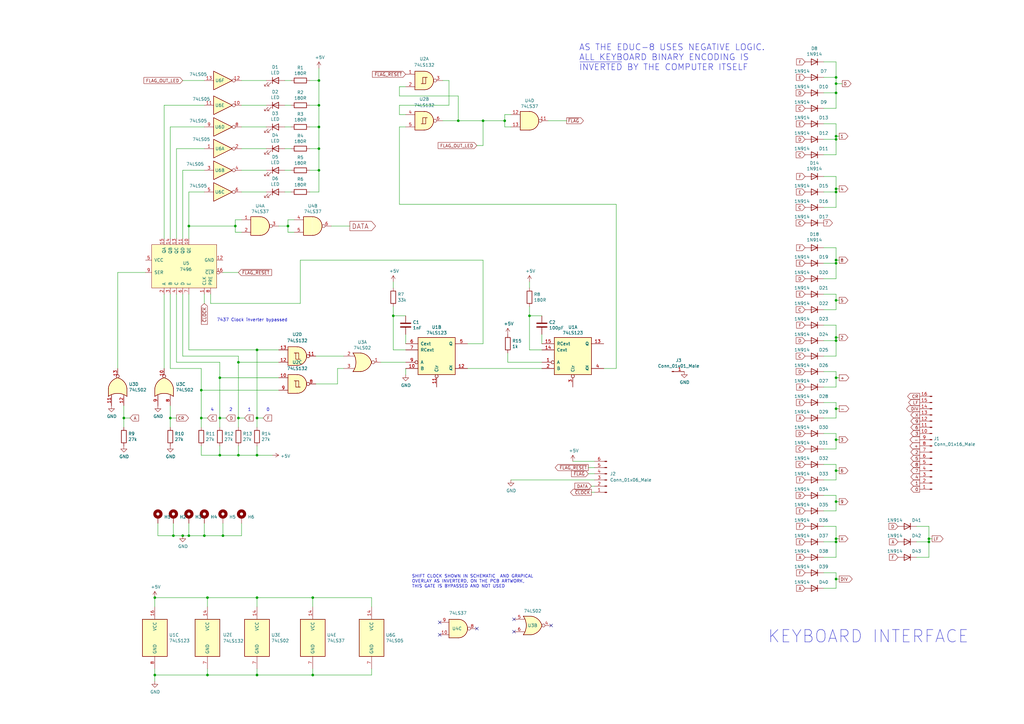
<source format=kicad_sch>
(kicad_sch (version 20211123) (generator eeschema)
  (paper "A3")
  (junction (at 83.82 219.71))
  (junction (at 90.17 186.69))
  (junction (at 105.41 245.11))
  (junction (at 85.09 245.11))
  (junction (at 69.85 171.45))
  (junction (at 217.17 129.54))
  (junction (at 128.27 276.86))
  (junction (at 381 222.25))
  (junction (at 342.9 139.7))
  (junction (at 342.9 107.95))
  (junction (at 342.9 237.49))
  (junction (at 342.9 220.98))
  (junction (at 97.79 186.69))
  (junction (at 342.9 34.29))
  (junction (at 50.8 171.45))
  (junction (at 130.81 52.07))
  (junction (at 342.9 31.75))
  (junction (at 105.41 143.51))
  (junction (at 342.9 222.25))
  (junction (at 130.81 69.85))
  (junction (at 342.9 78.74))
  (junction (at 77.47 92.71))
  (junction (at 342.9 106.68))
  (junction (at 82.55 160.02))
  (junction (at 90.17 171.45))
  (junction (at 97.79 148.59))
  (junction (at 342.9 193.04))
  (junction (at 91.44 219.71))
  (junction (at 130.81 60.96))
  (junction (at 105.41 186.69))
  (junction (at 161.29 129.54))
  (junction (at 96.52 92.71))
  (junction (at 71.12 219.71))
  (junction (at 77.47 219.71))
  (junction (at 342.9 38.1))
  (junction (at 342.9 180.34))
  (junction (at 342.9 123.19))
  (junction (at 97.79 171.45))
  (junction (at 105.41 276.86))
  (junction (at 207.01 49.53))
  (junction (at 128.27 245.11))
  (junction (at 381 220.98))
  (junction (at 342.9 154.94))
  (junction (at 342.9 77.47))
  (junction (at 85.09 276.86))
  (junction (at 342.9 138.43))
  (junction (at 342.9 55.88))
  (junction (at 130.81 33.02))
  (junction (at 105.41 171.45))
  (junction (at 74.93 219.71))
  (junction (at 63.5 245.11))
  (junction (at 342.9 167.64))
  (junction (at 187.96 49.53))
  (junction (at 90.17 154.94))
  (junction (at 130.81 43.18))
  (junction (at 118.11 92.71))
  (junction (at 82.55 171.45))
  (junction (at 63.5 276.86))
  (junction (at 342.9 57.15))
  (junction (at 198.12 49.53))
  (junction (at 342.9 205.74))
  (no_connect (at 180.34 255.27))
  (no_connect (at 210.82 259.08))
  (no_connect (at 226.06 256.54))
  (no_connect (at 210.82 254))
  (no_connect (at 180.34 260.35))
  (no_connect (at 195.58 257.81))
  (wire (pts (xy 342.9 193.04) (xy 342.9 196.85)))
  (wire (pts (xy 152.4 276.86) (xy 152.4 274.32)))
  (wire (pts (xy 105.41 143.51) (xy 114.3 143.51)))
  (wire (pts (xy 342.9 220.98) (xy 342.9 222.25)))
  (wire (pts (xy 381 215.9) (xy 381 220.98)))
  (wire (pts (xy 342.9 78.74) (xy 342.9 85.09)))
  (wire (pts (xy 337.82 190.5) (xy 342.9 190.5)))
  (wire (pts (xy 161.29 118.11) (xy 161.29 115.57)))
  (wire (pts (xy 74.93 146.05) (xy 97.79 146.05)))
  (wire (pts (xy 342.9 25.4) (xy 342.9 31.75)))
  (wire (pts (xy 166.37 129.54) (xy 161.29 129.54)))
  (wire (pts (xy 337.82 234.95) (xy 342.9 234.95)))
  (wire (pts (xy 342.9 220.98) (xy 344.17 220.98)))
  (wire (pts (xy 161.29 125.73) (xy 161.29 129.54)))
  (wire (pts (xy 116.84 43.18) (xy 119.38 43.18)))
  (wire (pts (xy 64.77 219.71) (xy 71.12 219.71)))
  (wire (pts (xy 342.9 38.1) (xy 337.82 38.1)))
  (wire (pts (xy 130.81 33.02) (xy 130.81 27.94)))
  (wire (pts (xy 127 52.07) (xy 130.81 52.07)))
  (wire (pts (xy 77.47 78.74) (xy 77.47 92.71)))
  (wire (pts (xy 337.82 57.15) (xy 342.9 57.15)))
  (wire (pts (xy 129.54 146.05) (xy 140.97 146.05)))
  (wire (pts (xy 342.9 228.6) (xy 337.82 228.6)))
  (wire (pts (xy 381 222.25) (xy 381 228.6)))
  (wire (pts (xy 74.93 219.71) (xy 77.47 219.71)))
  (wire (pts (xy 99.06 43.18) (xy 109.22 43.18)))
  (wire (pts (xy 105.41 245.11) (xy 105.41 248.92)))
  (wire (pts (xy 130.81 52.07) (xy 130.81 43.18)))
  (wire (pts (xy 97.79 171.45) (xy 97.79 175.26)))
  (wire (pts (xy 342.9 114.3) (xy 337.82 114.3)))
  (wire (pts (xy 127 60.96) (xy 130.81 60.96)))
  (wire (pts (xy 128.27 276.86) (xy 152.4 276.86)))
  (wire (pts (xy 72.39 60.96) (xy 72.39 97.79)))
  (wire (pts (xy 207.01 52.07) (xy 209.55 52.07)))
  (wire (pts (xy 64.77 214.63) (xy 64.77 219.71)))
  (wire (pts (xy 127 78.74) (xy 130.81 78.74)))
  (wire (pts (xy 85.09 276.86) (xy 105.41 276.86)))
  (wire (pts (xy 342.9 85.09) (xy 337.82 85.09)))
  (wire (pts (xy 375.92 215.9) (xy 381 215.9)))
  (wire (pts (xy 342.9 180.34) (xy 344.17 180.34)))
  (wire (pts (xy 342.9 57.15) (xy 342.9 63.5)))
  (wire (pts (xy 342.9 196.85) (xy 337.82 196.85)))
  (wire (pts (xy 120.65 90.17) (xy 118.11 90.17)))
  (wire (pts (xy 96.52 92.71) (xy 96.52 95.25)))
  (wire (pts (xy 342.9 222.25) (xy 342.9 228.6)))
  (wire (pts (xy 381 220.98) (xy 381 222.25)))
  (wire (pts (xy 114.3 160.02) (xy 82.55 160.02)))
  (wire (pts (xy 342.9 167.64) (xy 342.9 171.45)))
  (wire (pts (xy 217.17 129.54) (xy 217.17 143.51)))
  (wire (pts (xy 342.9 184.15) (xy 337.82 184.15)))
  (wire (pts (xy 123.19 124.46) (xy 86.36 124.46)))
  (wire (pts (xy 100.33 171.45) (xy 97.79 171.45)))
  (wire (pts (xy 138.43 157.48) (xy 129.54 157.48)))
  (wire (pts (xy 342.9 77.47) (xy 342.9 78.74)))
  (wire (pts (xy 166.37 35.56) (xy 163.83 35.56)))
  (wire (pts (xy 63.5 245.11) (xy 63.5 248.92)))
  (wire (pts (xy 342.9 106.68) (xy 342.9 107.95)))
  (wire (pts (xy 109.22 33.02) (xy 99.06 33.02)))
  (wire (pts (xy 83.82 33.02) (xy 74.93 33.02)))
  (wire (pts (xy 105.41 245.11) (xy 85.09 245.11)))
  (wire (pts (xy 97.79 148.59) (xy 97.79 171.45)))
  (wire (pts (xy 342.9 44.45) (xy 342.9 38.1)))
  (wire (pts (xy 74.93 120.65) (xy 74.93 146.05)))
  (wire (pts (xy 342.9 123.19) (xy 344.17 123.19)))
  (wire (pts (xy 381 220.98) (xy 382.27 220.98)))
  (wire (pts (xy 166.37 137.16) (xy 166.37 140.97)))
  (wire (pts (xy 97.79 111.76) (xy 91.44 111.76)))
  (wire (pts (xy 85.09 245.11) (xy 63.5 245.11)))
  (wire (pts (xy 163.83 83.82) (xy 163.83 52.07)))
  (wire (pts (xy 342.9 139.7) (xy 342.9 146.05)))
  (wire (pts (xy 83.82 78.74) (xy 77.47 78.74)))
  (wire (pts (xy 74.93 69.85) (xy 74.93 97.79)))
  (wire (pts (xy 342.9 34.29) (xy 342.9 38.1)))
  (wire (pts (xy 130.81 78.74) (xy 130.81 69.85)))
  (wire (pts (xy 217.17 118.11) (xy 217.17 115.57)))
  (wire (pts (xy 83.82 219.71) (xy 83.82 214.63)))
  (wire (pts (xy 163.83 52.07) (xy 166.37 52.07)))
  (wire (pts (xy 90.17 148.59) (xy 90.17 154.94)))
  (wire (pts (xy 222.25 129.54) (xy 217.17 129.54)))
  (wire (pts (xy 116.84 60.96) (xy 119.38 60.96)))
  (wire (pts (xy 72.39 148.59) (xy 90.17 148.59)))
  (wire (pts (xy 247.65 151.13) (xy 252.73 151.13)))
  (wire (pts (xy 69.85 52.07) (xy 69.85 97.79)))
  (wire (pts (xy 105.41 182.88) (xy 105.41 186.69)))
  (wire (pts (xy 97.79 146.05) (xy 97.79 148.59)))
  (wire (pts (xy 208.28 148.59) (xy 222.25 148.59)))
  (wire (pts (xy 163.83 35.56) (xy 163.83 39.37)))
  (wire (pts (xy 337.82 222.25) (xy 342.9 222.25)))
  (wire (pts (xy 342.9 55.88) (xy 342.9 57.15)))
  (wire (pts (xy 119.38 33.02) (xy 116.84 33.02)))
  (wire (pts (xy 92.71 171.45) (xy 90.17 171.45)))
  (wire (pts (xy 166.37 46.99) (xy 163.83 46.99)))
  (wire (pts (xy 337.82 133.35) (xy 342.9 133.35)))
  (wire (pts (xy 344.17 138.43) (xy 342.9 138.43)))
  (wire (pts (xy 59.69 111.76) (xy 48.26 111.76)))
  (wire (pts (xy 337.82 107.95) (xy 342.9 107.95)))
  (wire (pts (xy 342.9 158.75) (xy 337.82 158.75)))
  (wire (pts (xy 63.5 279.4) (xy 63.5 276.86)))
  (wire (pts (xy 224.79 49.53) (xy 232.41 49.53)))
  (wire (pts (xy 342.9 234.95) (xy 342.9 237.49)))
  (wire (pts (xy 187.96 39.37) (xy 187.96 49.53)))
  (wire (pts (xy 82.55 186.69) (xy 90.17 186.69)))
  (wire (pts (xy 83.82 219.71) (xy 91.44 219.71)))
  (wire (pts (xy 163.83 39.37) (xy 187.96 39.37)))
  (wire (pts (xy 337.82 165.1) (xy 342.9 165.1)))
  (wire (pts (xy 96.52 92.71) (xy 77.47 92.71)))
  (wire (pts (xy 198.12 140.97) (xy 198.12 106.68)))
  (wire (pts (xy 97.79 186.69) (xy 105.41 186.69)))
  (wire (pts (xy 69.85 166.37) (xy 69.85 171.45)))
  (wire (pts (xy 83.82 43.18) (xy 67.31 43.18)))
  (wire (pts (xy 99.06 60.96) (xy 109.22 60.96)))
  (wire (pts (xy 118.11 95.25) (xy 120.65 95.25)))
  (wire (pts (xy 187.96 49.53) (xy 181.61 49.53)))
  (wire (pts (xy 127 33.02) (xy 130.81 33.02)))
  (wire (pts (xy 127 69.85) (xy 130.81 69.85)))
  (wire (pts (xy 342.9 209.55) (xy 337.82 209.55)))
  (wire (pts (xy 342.9 171.45) (xy 337.82 171.45)))
  (wire (pts (xy 105.41 143.51) (xy 105.41 171.45)))
  (wire (pts (xy 50.8 166.37) (xy 50.8 171.45)))
  (wire (pts (xy 342.9 120.65) (xy 342.9 123.19)))
  (wire (pts (xy 116.84 69.85) (xy 119.38 69.85)))
  (wire (pts (xy 191.77 140.97) (xy 198.12 140.97)))
  (wire (pts (xy 99.06 214.63) (xy 99.06 219.71)))
  (wire (pts (xy 114.3 148.59) (xy 97.79 148.59)))
  (wire (pts (xy 90.17 182.88) (xy 90.17 186.69)))
  (wire (pts (xy 140.97 151.13) (xy 138.43 151.13)))
  (wire (pts (xy 128.27 274.32) (xy 128.27 276.86)))
  (wire (pts (xy 345.44 34.29) (xy 342.9 34.29)))
  (wire (pts (xy 342.9 180.34) (xy 342.9 184.15)))
  (wire (pts (xy 53.34 171.45) (xy 50.8 171.45)))
  (wire (pts (xy 381 228.6) (xy 375.92 228.6)))
  (wire (pts (xy 234.95 189.23) (xy 243.84 189.23)))
  (wire (pts (xy 342.9 193.04) (xy 344.17 193.04)))
  (wire (pts (xy 130.81 43.18) (xy 130.81 33.02)))
  (wire (pts (xy 342.9 205.74) (xy 342.9 209.55)))
  (wire (pts (xy 337.82 152.4) (xy 342.9 152.4)))
  (wire (pts (xy 342.9 241.3) (xy 337.82 241.3)))
  (wire (pts (xy 114.3 92.71) (xy 118.11 92.71)))
  (wire (pts (xy 82.55 160.02) (xy 82.55 171.45)))
  (wire (pts (xy 77.47 214.63) (xy 77.47 219.71)))
  (wire (pts (xy 342.9 203.2) (xy 342.9 205.74)))
  (wire (pts (xy 337.82 72.39) (xy 342.9 72.39)))
  (wire (pts (xy 138.43 151.13) (xy 138.43 157.48)))
  (wire (pts (xy 342.9 50.8) (xy 342.9 55.88)))
  (wire (pts (xy 63.5 274.32) (xy 63.5 276.86)))
  (wire (pts (xy 342.9 146.05) (xy 337.82 146.05)))
  (wire (pts (xy 152.4 248.92) (xy 152.4 245.11)))
  (wire (pts (xy 118.11 92.71) (xy 118.11 95.25)))
  (wire (pts (xy 342.9 138.43) (xy 342.9 139.7)))
  (wire (pts (xy 207.01 46.99) (xy 207.01 49.53)))
  (wire (pts (xy 127 43.18) (xy 130.81 43.18)))
  (wire (pts (xy 184.15 43.18) (xy 184.15 33.02)))
  (wire (pts (xy 128.27 245.11) (xy 128.27 248.92)))
  (wire (pts (xy 83.82 69.85) (xy 74.93 69.85)))
  (wire (pts (xy 375.92 222.25) (xy 381 222.25)))
  (wire (pts (xy 99.06 69.85) (xy 109.22 69.85)))
  (wire (pts (xy 85.09 171.45) (xy 82.55 171.45)))
  (wire (pts (xy 130.81 69.85) (xy 130.81 60.96)))
  (wire (pts (xy 105.41 171.45) (xy 105.41 175.26)))
  (wire (pts (xy 242.57 199.39) (xy 243.84 199.39)))
  (wire (pts (xy 69.85 120.65) (xy 69.85 151.13)))
  (wire (pts (xy 71.12 219.71) (xy 74.93 219.71)))
  (wire (pts (xy 67.31 120.65) (xy 67.31 151.13)))
  (wire (pts (xy 166.37 151.13) (xy 166.37 153.67)))
  (wire (pts (xy 337.82 25.4) (xy 342.9 25.4)))
  (wire (pts (xy 342.9 237.49) (xy 344.17 237.49)))
  (wire (pts (xy 342.9 127) (xy 337.82 127)))
  (wire (pts (xy 63.5 276.86) (xy 85.09 276.86)))
  (wire (pts (xy 198.12 59.69) (xy 198.12 49.53)))
  (wire (pts (xy 99.06 78.74) (xy 109.22 78.74)))
  (wire (pts (xy 187.96 49.53) (xy 198.12 49.53)))
  (wire (pts (xy 114.3 154.94) (xy 90.17 154.94)))
  (wire (pts (xy 209.55 46.99) (xy 207.01 46.99)))
  (wire (pts (xy 105.41 274.32) (xy 105.41 276.86)))
  (wire (pts (xy 342.9 72.39) (xy 342.9 77.47)))
  (wire (pts (xy 342.9 215.9) (xy 342.9 220.98)))
  (wire (pts (xy 163.83 46.99) (xy 163.83 43.18)))
  (wire (pts (xy 342.9 63.5) (xy 337.82 63.5)))
  (wire (pts (xy 69.85 171.45) (xy 69.85 175.26)))
  (wire (pts (xy 195.58 59.69) (xy 198.12 59.69)))
  (wire (pts (xy 67.31 43.18) (xy 67.31 97.79)))
  (wire (pts (xy 69.85 151.13) (xy 82.55 151.13)))
  (wire (pts (xy 83.82 52.07) (xy 69.85 52.07)))
  (wire (pts (xy 156.21 148.59) (xy 166.37 148.59)))
  (wire (pts (xy 241.3 194.31) (xy 243.84 194.31)))
  (wire (pts (xy 342.9 101.6) (xy 342.9 106.68)))
  (wire (pts (xy 163.83 43.18) (xy 184.15 43.18)))
  (wire (pts (xy 85.09 245.11) (xy 85.09 248.92)))
  (wire (pts (xy 337.82 215.9) (xy 342.9 215.9)))
  (wire (pts (xy 77.47 120.65) (xy 77.47 143.51)))
  (wire (pts (xy 217.17 125.73) (xy 217.17 129.54)))
  (wire (pts (xy 344.17 205.74) (xy 342.9 205.74)))
  (wire (pts (xy 72.39 120.65) (xy 72.39 148.59)))
  (wire (pts (xy 191.77 151.13) (xy 222.25 151.13)))
  (wire (pts (xy 342.9 152.4) (xy 342.9 154.94)))
  (wire (pts (xy 118.11 90.17) (xy 118.11 92.71)))
  (wire (pts (xy 217.17 143.51) (xy 222.25 143.51)))
  (wire (pts (xy 96.52 95.25) (xy 99.06 95.25)))
  (wire (pts (xy 209.55 196.85) (xy 243.84 196.85)))
  (wire (pts (xy 337.82 139.7) (xy 342.9 139.7)))
  (wire (pts (xy 83.82 60.96) (xy 72.39 60.96)))
  (wire (pts (xy 116.84 78.74) (xy 119.38 78.74)))
  (wire (pts (xy 207.01 49.53) (xy 207.01 52.07)))
  (wire (pts (xy 342.9 237.49) (xy 342.9 241.3)))
  (wire (pts (xy 128.27 245.11) (xy 105.41 245.11)))
  (wire (pts (xy 344.17 77.47) (xy 342.9 77.47)))
  (wire (pts (xy 105.41 186.69) (xy 111.76 186.69)))
  (wire (pts (xy 344.17 55.88) (xy 342.9 55.88)))
  (wire (pts (xy 105.41 276.86) (xy 128.27 276.86)))
  (wire (pts (xy 97.79 182.88) (xy 97.79 186.69)))
  (wire (pts (xy 342.9 133.35) (xy 342.9 138.43)))
  (wire (pts (xy 342.9 154.94) (xy 342.9 158.75)))
  (wire (pts (xy 337.82 101.6) (xy 342.9 101.6)))
  (wire (pts (xy 50.8 171.45) (xy 50.8 175.26)))
  (wire (pts (xy 99.06 219.71) (xy 91.44 219.71)))
  (wire (pts (xy 337.82 78.74) (xy 342.9 78.74)))
  (wire (pts (xy 342.9 31.75) (xy 342.9 34.29)))
  (wire (pts (xy 96.52 90.17) (xy 96.52 92.71)))
  (wire (pts (xy 152.4 245.11) (xy 128.27 245.11)))
  (wire (pts (xy 71.12 214.63) (xy 71.12 219.71)))
  (wire (pts (xy 342.9 154.94) (xy 344.17 154.94)))
  (wire (pts (xy 109.22 52.07) (xy 99.06 52.07)))
  (wire (pts (xy 342.9 190.5) (xy 342.9 193.04)))
  (wire (pts (xy 342.9 167.64) (xy 344.17 167.64)))
  (wire (pts (xy 161.29 143.51) (xy 166.37 143.51)))
  (wire (pts (xy 337.82 203.2) (xy 342.9 203.2)))
  (wire (pts (xy 99.06 90.17) (xy 96.52 90.17)))
  (wire (pts (xy 198.12 106.68) (xy 123.19 106.68)))
  (wire (pts (xy 184.15 33.02) (xy 181.61 33.02)))
  (wire (pts (xy 252.73 83.82) (xy 163.83 83.82)))
  (wire (pts (xy 161.29 129.54) (xy 161.29 143.51)))
  (wire (pts (xy 90.17 154.94) (xy 90.17 171.45)))
  (wire (pts (xy 337.82 120.65) (xy 342.9 120.65)))
  (wire (pts (xy 342.9 165.1) (xy 342.9 167.64)))
  (wire (pts (xy 130.81 60.96) (xy 130.81 52.07)))
  (wire (pts (xy 243.84 201.93) (xy 242.57 201.93)))
  (wire (pts (xy 135.89 92.71) (xy 143.51 92.71)))
  (wire (pts (xy 116.84 52.07) (xy 119.38 52.07)))
  (wire (pts (xy 72.39 171.45) (xy 69.85 171.45)))
  (wire (pts (xy 123.19 106.68) (xy 123.19 124.46)))
  (wire (pts (xy 82.55 171.45) (xy 82.55 175.26)))
  (wire (pts (xy 208.28 148.59) (xy 208.28 144.78)))
  (wire (pts (xy 222.25 137.16) (xy 222.25 140.97)))
  (wire (pts (xy 91.44 219.71) (xy 91.44 214.63)))
  (wire (pts (xy 107.95 171.45) (xy 105.41 171.45)))
  (wire (pts (xy 77.47 219.71) (xy 83.82 219.71)))
  (wire (pts (xy 86.36 124.46) (xy 86.36 120.65)))
  (wire (pts (xy 83.82 120.65) (xy 83.82 124.46)))
  (wire (pts (xy 90.17 186.69) (xy 97.79 186.69)))
  (wire (pts (xy 82.55 151.13) (xy 82.55 160.02)))
  (wire (pts (xy 344.17 106.68) (xy 342.9 106.68)))
  (wire (pts (xy 252.73 151.13) (xy 252.73 83.82)))
  (wire (pts (xy 82.55 182.88) (xy 82.55 186.69)))
  (wire (pts (xy 337.82 44.45) (xy 342.9 44.45)))
  (wire (pts (xy 198.12 49.53) (xy 207.01 49.53)))
  (wire (pts (xy 342.9 177.8) (xy 342.9 180.34)))
  (wire (pts (xy 48.26 111.76) (xy 48.26 151.13)))
  (wire (pts (xy 337.82 50.8) (xy 342.9 50.8)))
  (wire (pts (xy 337.82 177.8) (xy 342.9 177.8)))
  (wire (pts (xy 77.47 92.71) (xy 77.47 97.79)))
  (wire (pts (xy 85.09 274.32) (xy 85.09 276.86)))
  (wire (pts (xy 342.9 107.95) (xy 342.9 114.3)))
  (wire (pts (xy 342.9 123.19) (xy 342.9 127)))
  (wire (pts (xy 337.82 31.75) (xy 342.9 31.75)))
  (wire (pts (xy 241.3 191.77) (xy 243.84 191.77)))
  (wire (pts (xy 77.47 143.51) (xy 105.41 143.51)))
  (wire (pts (xy 90.17 171.45) (xy 90.17 175.26)))
  (text "2" (at 93.98 168.91 0) (effects (font (size 1.27 1.27)) (justify left bottom)))
  (text "7437 Clock inverter bypassed " (at 88.9 132.08 0) (effects (font (size 1.27 1.27)) (justify left bottom)))
  (text "4" (at 86.36 168.91 0) (effects (font (size 1.27 1.27)) (justify left bottom)))
  (text "0" (at 109.22 168.91 0) (effects (font (size 1.27 1.27)) (justify left bottom)))
  (text "1" (at 101.6 168.91 0) (effects (font (size 1.27 1.27)) (justify left bottom)))
  (text "KEYBOARD INTERFACE\n" (at 397.51 264.16 180) (effects (font (size 5.08 5.08)) (justify right bottom)))
  (text "SHIFT CLOCK SHOWN IN SCHEMATIC  AND GRAPICAL \nOVERLAY AS INVERTERD, ON THE PCB ARTWORK,\nTHIS GATE IS BYPASSED AND NOT USED\n" (at 168.91 241.3 0) (effects (font (size 1.27 1.27)) (justify left bottom)))
  (text "AS THE EDUC-8 USES NEGATIVE LOGIC. \nALL KEYBOARD BINARY ENCODING IS \n~{INVERTED} BY THE COMPUTER ITSELF\n" (at 237.49 29.21 0) (effects (font (size 2.54 2.54)) (justify left bottom)))
  (global_label "D" (shape input) (at 330.2 203.2 180) (property "Intersheet References" "${INTERSHEET_REFS}" (effects hide)))
  (global_label "E" (shape input) (at 330.2 78.74 180) (property "Intersheet References" "${INTERSHEET_REFS}" (effects hide)))
  (global_label "DIV" (shape output) (at 377.19 167.64 180) (property "Intersheet References" "${INTERSHEET_REFS}" (effects hide)))
  (global_label "F" (shape input) (at 330.2 196.85 180) (property "Intersheet References" "${INTERSHEET_REFS}" (effects hide)))
  (global_label "E" (shape input) (at 330.2 31.75 180) (property "Intersheet References" "${INTERSHEET_REFS}" (effects hide)))
  (global_label "E" (shape input) (at 330.2 107.95 180) (property "Intersheet References" "${INTERSHEET_REFS}" (effects hide)))
  (global_label "A" (shape input) (at 330.2 171.45 180) (property "Intersheet References" "${INTERSHEET_REFS}" (effects hide)))
  (global_label "3" (shape output) (at 377.19 177.8 180) (property "Intersheet References" "${INTERSHEET_REFS}" (effects hide)))
  (global_label "F" (shape input) (at 330.2 215.9 180) (property "Intersheet References" "${INTERSHEET_REFS}" (effects hide)))
  (global_label "C" (shape input) (at 330.2 127 180) (property "Intersheet References" "${INTERSHEET_REFS}" (effects hide)))
  (global_label "1" (shape output) (at 377.19 198.12 180) (property "Intersheet References" "${INTERSHEET_REFS}" (effects hide)))
  (global_label "DATA" (shape input) (at 242.57 199.39 180) (property "Intersheet References" "${INTERSHEET_REFS}" (effects hide)))
  (global_label "9" (shape output) (at 377.19 172.72 180) (property "Intersheet References" "${INTERSHEET_REFS}" (effects hide)))
  (global_label "FLAG_OUT_LED" (shape input) (at 195.58 59.69 180) (property "Intersheet References" "${INTERSHEET_REFS}" (effects hide)))
  (global_label "6" (shape output) (at 377.19 175.26 180) (property "Intersheet References" "${INTERSHEET_REFS}" (effects hide)))
  (global_label "+" (shape output) (at 344.17 154.94 0) (property "Intersheet References" "${INTERSHEET_REFS}" (effects hide)))
  (global_label "E" (shape input) (at 330.2 209.55 180) (property "Intersheet References" "${INTERSHEET_REFS}" (effects hide)))
  (global_label "C" (shape input) (at 330.2 91.44 180) (property "Intersheet References" "${INTERSHEET_REFS}" (effects hide)))
  (global_label "~{CLOCK}" (shape input) (at 83.82 124.46 270) (property "Intersheet References" "${INTERSHEET_REFS}" (effects hide)))
  (global_label "A" (shape input) (at 330.2 241.3 180) (property "Intersheet References" "${INTERSHEET_REFS}" (effects hide)))
  (global_label "LF" (shape output) (at 377.19 165.1 180) (property "Intersheet References" "${INTERSHEET_REFS}" (effects hide)))
  (global_label "A" (shape input) (at 53.34 171.45 0) (property "Intersheet References" "${INTERSHEET_REFS}" (effects hide)))
  (global_label "-" (shape output) (at 344.17 167.64 0) (property "Intersheet References" "${INTERSHEET_REFS}" (effects hide)))
  (global_label "~{FLAG_RESET}" (shape output) (at 241.3 191.77 180) (property "Intersheet References" "${INTERSHEET_REFS}" (effects hide)))
  (global_label "-" (shape output) (at 377.19 180.34 180) (property "Intersheet References" "${INTERSHEET_REFS}" (effects hide)))
  (global_label "A" (shape input) (at 330.2 228.6 180) (property "Intersheet References" "${INTERSHEET_REFS}" (effects hide)))
  (global_label "F" (shape input) (at 107.95 171.45 0) (property "Intersheet References" "${INTERSHEET_REFS}" (effects hide)))
  (global_label "~{FLAG}" (shape output) (at 232.41 49.53 0) (property "Intersheet References" "${INTERSHEET_REFS}" (effects hide)))
  (global_label "E" (shape input) (at 330.2 50.8 180) (property "Intersheet References" "${INTERSHEET_REFS}" (effects hide)))
  (global_label "4" (shape output) (at 344.17 77.47 0) (property "Intersheet References" "${INTERSHEET_REFS}" (effects hide)))
  (global_label "C" (shape input) (at 330.2 146.05 180) (property "Intersheet References" "${INTERSHEET_REFS}" (effects hide)))
  (global_label "C" (shape input) (at 330.2 85.09 180) (property "Intersheet References" "${INTERSHEET_REFS}" (effects hide)))
  (global_label "~{FLAG_RESET}" (shape input) (at 166.37 30.48 180) (property "Intersheet References" "${INTERSHEET_REFS}" (effects hide)))
  (global_label "+" (shape output) (at 377.19 182.88 180) (property "Intersheet References" "${INTERSHEET_REFS}" (effects hide)))
  (global_label "5" (shape output) (at 377.19 187.96 180) (property "Intersheet References" "${INTERSHEET_REFS}" (effects hide)))
  (global_label "F" (shape input) (at 368.3 228.6 180) (property "Intersheet References" "${INTERSHEET_REFS}" (effects hide)))
  (global_label "~{CLOCK}" (shape output) (at 242.57 201.93 180) (property "Intersheet References" "${INTERSHEET_REFS}" (effects hide)))
  (global_label "LF" (shape output) (at 382.27 220.98 0) (property "Intersheet References" "${INTERSHEET_REFS}" (effects hide)))
  (global_label "1" (shape output) (at 344.17 55.88 0) (property "Intersheet References" "${INTERSHEET_REFS}" (effects hide)))
  (global_label "E" (shape input) (at 330.2 165.1 180) (property "Intersheet References" "${INTERSHEET_REFS}" (effects hide)))
  (global_label "X" (shape output) (at 377.19 170.18 180) (property "Intersheet References" "${INTERSHEET_REFS}" (effects hide)))
  (global_label "E" (shape input) (at 330.2 222.25 180) (property "Intersheet References" "${INTERSHEET_REFS}" (effects hide)))
  (global_label "CR" (shape output) (at 377.19 162.56 180) (property "Intersheet References" "${INTERSHEET_REFS}" (effects hide)))
  (global_label "D" (shape input) (at 330.2 139.7 180) (property "Intersheet References" "${INTERSHEET_REFS}" (effects hide)))
  (global_label "2" (shape output) (at 377.19 185.42 180) (property "Intersheet References" "${INTERSHEET_REFS}" (effects hide)))
  (global_label "X" (shape output) (at 344.17 220.98 0) (property "Intersheet References" "${INTERSHEET_REFS}" (effects hide)))
  (global_label "~{FLAG}" (shape input) (at 241.3 194.31 180) (property "Intersheet References" "${INTERSHEET_REFS}" (effects hide)))
  (global_label "D" (shape input) (at 330.2 57.15 180) (property "Intersheet References" "${INTERSHEET_REFS}" (effects hide)))
  (global_label "C" (shape input) (at 330.2 44.45 180) (property "Intersheet References" "${INTERSHEET_REFS}" (effects hide)))
  (global_label "7" (shape output) (at 377.19 193.04 180) (property "Intersheet References" "${INTERSHEET_REFS}" (effects hide)))
  (global_label "0" (shape output) (at 377.19 200.66 180) (property "Intersheet References" "${INTERSHEET_REFS}" (effects hide)))
  (global_label "F" (shape input) (at 330.2 101.6 180) (property "Intersheet References" "${INTERSHEET_REFS}" (effects hide)))
  (global_label "9" (shape output) (at 344.17 205.74 0) (property "Intersheet References" "${INTERSHEET_REFS}" (effects hide)))
  (global_label "CR" (shape output) (at 72.39 171.45 0) (property "Intersheet References" "${INTERSHEET_REFS}" (effects hide)))
  (global_label "F" (shape input) (at 330.2 72.39 180) (property "Intersheet References" "${INTERSHEET_REFS}" (effects hide)))
  (global_label "FLAG_OUT_LED" (shape input) (at 74.93 33.02 180) (property "Intersheet References" "${INTERSHEET_REFS}" (effects hide)))
  (global_label "6" (shape output) (at 344.17 193.04 0) (property "Intersheet References" "${INTERSHEET_REFS}" (effects hide)))
  (global_label "D" (shape input) (at 92.71 171.45 0) (property "Intersheet References" "${INTERSHEET_REFS}" (effects hide)))
  (global_label "C" (shape input) (at 330.2 184.15 180) (property "Intersheet References" "${INTERSHEET_REFS}" (effects hide)))
  (global_label "F" (shape input) (at 330.2 25.4 180) (property "Intersheet References" "${INTERSHEET_REFS}" (effects hide)))
  (global_label "0" (shape output) (at 345.44 34.29 0) (property "Intersheet References" "${INTERSHEET_REFS}" (effects hide)))
  (global_label "4" (shape output) (at 377.19 195.58 180) (property "Intersheet References" "${INTERSHEET_REFS}" (effects hide)))
  (global_label "D" (shape input) (at 330.2 114.3 180) (property "Intersheet References" "${INTERSHEET_REFS}" (effects hide)))
  (global_label "E" (shape input) (at 330.2 120.65 180) (property "Intersheet References" "${INTERSHEET_REFS}" (effects hide)))
  (global_label "7" (shape output) (at 337.82 91.44 0) (property "Intersheet References" "${INTERSHEET_REFS}" (effects hide)))
  (global_label "D" (shape input) (at 330.2 177.8 180) (property "Intersheet References" "${INTERSHEET_REFS}" (effects hide)))
  (global_label "5" (shape output) (at 344.17 123.19 0) (property "Intersheet References" "${INTERSHEET_REFS}" (effects hide)))
  (global_label "F" (shape input) (at 330.2 133.35 180) (property "Intersheet References" "${INTERSHEET_REFS}" (effects hide)))
  (global_label "3" (shape output) (at 344.17 180.34 0) (property "Intersheet References" "${INTERSHEET_REFS}" (effects hide)))
  (global_label "C" (shape input) (at 85.09 171.45 0) (property "Intersheet References" "${INTERSHEET_REFS}" (effects hide)))
  (global_label "D" (shape input) (at 330.2 38.1 180) (property "Intersheet References" "${INTERSHEET_REFS}" (effects hide)))
  (global_label "DIV" (shape output) (at 344.17 237.49 0) (property "Intersheet References" "${INTERSHEET_REFS}" (effects hide)))
  (global_label "A" (shape input) (at 330.2 158.75 180) (property "Intersheet References" "${INTERSHEET_REFS}" (effects hide)))
  (global_label "8" (shape output) (at 377.19 190.5 180) (property "Intersheet References" "${INTERSHEET_REFS}" (effects hide)))
  (global_label "A" (shape input) (at 368.3 222.25 180) (property "Intersheet References" "${INTERSHEET_REFS}" (effects hide)))
  (global_label "C" (shape input) (at 330.2 190.5 180) (property "Intersheet References" "${INTERSHEET_REFS}" (effects hide)))
  (global_label "D" (shape input) (at 368.3 215.9 180) (property "Intersheet References" "${INTERSHEET_REFS}" (effects hide)))
  (global_label "C" (shape input) (at 330.2 63.5 180) (property "Intersheet References" "${INTERSHEET_REFS}" (effects hide)))
  (global_label "DATA" (shape output) (at 143.51 92.71 0) (effects (font (size 1.9558 1.9558))) (property "Intersheet References" "${INTERSHEET_REFS}" (effects hide)))
  (global_label "~{FLAG_RESET}" (shape input) (at 97.79 111.76 0) (property "Intersheet References" "${INTERSHEET_REFS}" (effects hide)))
  (global_label "E" (shape input) (at 100.33 171.45 0) (property "Intersheet References" "${INTERSHEET_REFS}" (effects hide)))
  (global_label "8" (shape output) (at 344.17 106.68 0) (property "Intersheet References" "${INTERSHEET_REFS}" (effects hide)))
  (global_label "F" (shape input) (at 330.2 234.95 180) (property "Intersheet References" "${INTERSHEET_REFS}" (effects hide)))
  (global_label "2" (shape output) (at 344.17 138.43 0) (property "Intersheet References" "${INTERSHEET_REFS}" (effects hide)))
  (global_label "D" (shape input) (at 330.2 152.4 180) (property "Intersheet References" "${INTERSHEET_REFS}" (effects hide)))
  (symbol (lib_id "Keyboard-interface-rescue:74LS123-74xx") (at 234.95 146.05 0) (unit 1)
    (property "Reference" "U1" (at 234.95 134.1882 0))
    (property "Value" "74LS123" (at 234.95 136.4996 0))
    (property "Footprint" "Package_DIP:DIP-16_W7.62mm" (effects hide))
    (property "Datasheet" "http://www.ti.com/lit/gpn/sn74LS123" (effects hide))
  )
  (symbol (lib_id "Keyboard-interface-rescue:74LS123-74xx") (at 179.07 146.05 0) (unit 2)
    (property "Reference" "U1" (at 179.07 134.1882 0))
    (property "Value" "74LS123" (at 179.07 136.4996 0))
    (property "Datasheet" "http://www.ti.com/lit/gpn/sn74LS123" (effects hide))
  )
  (symbol (lib_id "Keyboard-interface-rescue:74LS123-74xx") (at 63.5 261.62 0) (unit 3)
    (property "Reference" "U1" (at 69.342 260.4516 0) (effects (justify left)))
    (property "Value" "74LS123" (at 69.342 262.763 0) (effects (justify left)))
    (property "Datasheet" "http://www.ti.com/lit/gpn/sn74LS123" (effects hide))
  )
  (symbol (lib_id "74xx:74LS02") (at 148.59 148.59 0) (unit 1)
    (property "Reference" "U3" (at 148.59 140.335 0))
    (property "Value" "74LS02" (at 148.59 142.6464 0))
    (property "Datasheet" "http://www.ti.com/lit/gpn/sn74ls02" (effects hide))
  )
  (symbol (lib_id "74xx:74LS02") (at 218.44 256.54 0) (unit 2)
    (property "Reference" "U3" (at 218.44 256.54 0))
    (property "Value" "74LS02" (at 218.44 250.5964 0))
    (property "Datasheet" "http://www.ti.com/lit/gpn/sn74ls02" (effects hide))
  )
  (symbol (lib_id "74xx:74LS02") (at 67.31 158.75 270) (mirror x) (unit 3)
    (property "Reference" "U3" (at 72.0852 157.5816 90) (effects (justify left)))
    (property "Value" "74LS02" (at 72.0852 159.893 90) (effects (justify left)))
    (property "Datasheet" "http://www.ti.com/lit/gpn/sn74ls02" (effects hide))
  )
  (symbol (lib_id "Device:LED") (at 113.03 43.18 0) (unit 1)
    (property "Reference" "D2" (at 112.8522 37.6682 0))
    (property "Value" "LED" (at 112.8522 39.9796 0))
    (property "Footprint" "LED_THT:LED_D5.0mm_Horizontal_O1.27mm_Z3.0mm" (effects hide))
  )
  (symbol (lib_id "Device:LED") (at 113.03 52.07 0) (unit 1)
    (property "Reference" "D3" (at 112.8522 46.5582 0))
    (property "Value" "LED" (at 112.8522 48.8696 0))
    (property "Footprint" "LED_THT:LED_D5.0mm_Horizontal_O1.27mm_Z3.0mm" (effects hide))
  )
  (symbol (lib_id "Device:LED") (at 113.03 60.96 0) (unit 1)
    (property "Reference" "D4" (at 112.8522 55.4482 0))
    (property "Value" "LED" (at 112.8522 57.7596 0))
    (property "Footprint" "LED_THT:LED_D5.0mm_Horizontal_O1.27mm_Z3.0mm" (effects hide))
  )
  (symbol (lib_id "Device:LED") (at 113.03 69.85 0) (unit 1)
    (property "Reference" "D5" (at 112.8522 64.3382 0))
    (property "Value" "LED" (at 112.8522 66.6496 0))
    (property "Footprint" "LED_THT:LED_D5.0mm_Horizontal_O1.27mm_Z3.0mm" (effects hide))
  )
  (symbol (lib_id "Device:LED") (at 113.03 78.74 0) (unit 1)
    (property "Reference" "D6" (at 112.8522 73.2282 0))
    (property "Value" "LED" (at 112.8522 75.5396 0))
    (property "Footprint" "LED_THT:LED_D5.0mm_Horizontal_O1.27mm_Z3.0mm" (effects hide))
  )
  (symbol (lib_id "74xx:74LS02") (at 48.26 158.75 90) (unit 4)
    (property "Reference" "U3" (at 52.832 157.5816 90) (effects (justify right)))
    (property "Value" "74LS02" (at 52.832 159.893 90) (effects (justify right)))
    (property "Datasheet" "http://www.ti.com/lit/gpn/sn74ls02" (effects hide))
  )
  (symbol (lib_id "74xx:74LS02") (at 105.41 261.62 0) (unit 5)
    (property "Reference" "U3" (at 111.252 260.4516 0) (effects (justify left)))
    (property "Value" "74LS02" (at 111.252 262.763 0) (effects (justify left)))
    (property "Footprint" "Package_DIP:DIP-14_W7.62mm" (effects hide))
    (property "Datasheet" "http://www.ti.com/lit/gpn/sn74ls02" (effects hide))
  )
  (symbol (lib_id "Keyboard-interface-rescue:7496-74xx") (at 76.2 109.22 90) (unit 1)
    (property "Reference" "U5" (at 74.93 107.95 90) (effects (justify right)))
    (property "Value" "7496" (at 73.66 110.49 90) (effects (justify right)))
    (property "Footprint" "Package_DIP:DIP-16_W7.62mm" (effects hide))
  )
  (symbol (lib_id "Connector:Conn_01x01_Male") (at 275.59 152.4 0) (unit 1)
    (property "Reference" "J3" (at 278.3332 147.8026 0))
    (property "Value" "Conn_01x01_Male" (at 278.3332 150.114 0))
    (property "Footprint" "Connector_PinHeader_2.54mm:PinHeader_1x01_P2.54mm_Vertical" (effects hide))
  )
  (symbol (lib_id "power:GND") (at 280.67 152.4 0) (unit 1)
    (property "Reference" "#PWR0116" (effects hide))
    (property "Value" "GND" (at 280.797 156.7942 0))
  )
  (symbol (lib_id "74xx:74LS37") (at 106.68 92.71 0) (unit 1)
    (property "Reference" "U4" (at 106.68 84.455 0))
    (property "Value" "74LS37" (at 106.68 86.7664 0))
    (property "Footprint" "Package_DIP:DIP-14_W7.62mm" (effects hide))
    (property "Datasheet" "http://www.ti.com/lit/gpn/sn74ls37" (effects hide))
  )
  (symbol (lib_id "74xx:74LS37") (at 128.27 92.71 0) (unit 2)
    (property "Reference" "U4" (at 128.27 84.455 0))
    (property "Value" "74LS37" (at 128.27 86.7664 0))
    (property "Footprint" "Package_DIP:DIP-14_W7.62mm" (effects hide))
    (property "Datasheet" "http://www.ti.com/lit/gpn/sn74ls37" (effects hide))
  )
  (symbol (lib_id "74xx:74LS37") (at 187.96 257.81 0) (unit 3)
    (property "Reference" "U4" (at 185.42 257.81 0) (effects (justify left)))
    (property "Value" "74LS37" (at 184.15 251.46 0) (effects (justify left)))
    (property "Footprint" "Package_DIP:DIP-14_W7.62mm" (effects hide))
    (property "Datasheet" "http://www.ti.com/lit/gpn/sn74ls37" (effects hide))
  )
  (symbol (lib_id "74xx:74LS37") (at 217.17 49.53 0) (unit 4)
    (property "Reference" "U4" (at 217.17 41.275 0))
    (property "Value" "74LS37" (at 217.17 43.5864 0))
    (property "Footprint" "Package_DIP:DIP-14_W7.62mm" (effects hide))
    (property "Datasheet" "http://www.ti.com/lit/gpn/sn74ls37" (effects hide))
  )
  (symbol (lib_id "74xx:74LS05") (at 91.44 60.96 0) (unit 1)
    (property "Reference" "U6" (at 90.17 60.96 0))
    (property "Value" "74LS05" (at 82.55 57.15 0))
    (property "Footprint" "Package_DIP:DIP-14_W7.62mm" (effects hide))
    (property "Datasheet" "http://www.ti.com/lit/gpn/sn74LS05" (effects hide))
  )
  (symbol (lib_id "74xx:74LS05") (at 91.44 69.85 0) (unit 2)
    (property "Reference" "U6" (at 90.17 69.85 0))
    (property "Value" "74LS05" (at 80.01 67.31 0))
    (property "Footprint" "Package_DIP:DIP-14_W7.62mm" (effects hide))
    (property "Datasheet" "http://www.ti.com/lit/gpn/sn74LS05" (effects hide))
  )
  (symbol (lib_id "74xx:74LS05") (at 91.44 78.74 0) (unit 3)
    (property "Reference" "U6" (at 90.17 78.74 0))
    (property "Value" "74LS05" (at 81.28 76.2 0))
    (property "Footprint" "Package_DIP:DIP-14_W7.62mm" (effects hide))
    (property "Datasheet" "http://www.ti.com/lit/gpn/sn74LS05" (effects hide))
  )
  (symbol (lib_id "74xx:74LS05") (at 91.44 52.07 0) (unit 4)
    (property "Reference" "U6" (at 90.17 52.07 0))
    (property "Value" "74LS05" (at 81.28 49.53 0))
    (property "Footprint" "Package_DIP:DIP-14_W7.62mm" (effects hide))
    (property "Datasheet" "http://www.ti.com/lit/gpn/sn74LS05" (effects hide))
  )
  (symbol (lib_id "74xx:74LS05") (at 91.44 43.18 0) (unit 5)
    (property "Reference" "U6" (at 90.17 43.18 0))
    (property "Value" "74LS05" (at 82.55 40.64 0))
    (property "Footprint" "Package_DIP:DIP-14_W7.62mm" (effects hide))
    (property "Datasheet" "http://www.ti.com/lit/gpn/sn74LS05" (effects hide))
  )
  (symbol (lib_id "74xx:74LS05") (at 91.44 33.02 0) (unit 6)
    (property "Reference" "U6" (at 90.17 33.02 0))
    (property "Value" "74LS05" (at 81.28 30.48 0))
    (property "Footprint" "Package_DIP:DIP-14_W7.62mm" (effects hide))
    (property "Datasheet" "http://www.ti.com/lit/gpn/sn74LS05" (effects hide))
  )
  (symbol (lib_id "Device:R") (at 123.19 43.18 270) (unit 1)
    (property "Reference" "R2" (at 123.19 37.9222 90))
    (property "Value" "180R" (at 123.19 40.2336 90))
    (property "Footprint" "Resistor_THT:R_Axial_DIN0207_L6.3mm_D2.5mm_P10.16mm_Horizontal" (effects hide))
  )
  (symbol (lib_id "Device:R") (at 123.19 52.07 270) (unit 1)
    (property "Reference" "R3" (at 123.19 46.8122 90))
    (property "Value" "180R" (at 123.19 49.1236 90))
    (property "Footprint" "Resistor_THT:R_Axial_DIN0207_L6.3mm_D2.5mm_P10.16mm_Horizontal" (effects hide))
  )
  (symbol (lib_id "Device:R") (at 123.19 60.96 270) (unit 1)
    (property "Reference" "R4" (at 123.19 55.7022 90))
    (property "Value" "180R" (at 123.19 58.0136 90))
    (property "Footprint" "Resistor_THT:R_Axial_DIN0207_L6.3mm_D2.5mm_P10.16mm_Horizontal" (effects hide))
  )
  (symbol (lib_id "Device:R") (at 123.19 69.85 270) (unit 1)
    (property "Reference" "R5" (at 123.19 64.5922 90))
    (property "Value" "180R" (at 123.19 66.9036 90))
    (property "Footprint" "Resistor_THT:R_Axial_DIN0207_L6.3mm_D2.5mm_P10.16mm_Horizontal" (effects hide))
  )
  (symbol (lib_id "Device:R") (at 123.19 78.74 270) (unit 1)
    (property "Reference" "R6" (at 123.19 73.4822 90))
    (property "Value" "180R" (at 123.19 75.7936 90))
    (property "Footprint" "Resistor_THT:R_Axial_DIN0207_L6.3mm_D2.5mm_P10.16mm_Horizontal" (effects hide))
  )
  (symbol (lib_id "Device:LED") (at 113.03 33.02 0) (unit 1)
    (property "Reference" "D1" (at 112.8522 27.5082 0))
    (property "Value" "LED" (at 112.8522 29.8196 0))
    (property "Footprint" "LED_THT:LED_D5.0mm_Horizontal_O1.27mm_Z3.0mm" (effects hide))
  )
  (symbol (lib_id "Device:R") (at 123.19 33.02 270) (unit 1)
    (property "Reference" "R1" (at 123.19 27.7622 90))
    (property "Value" "180R" (at 123.19 30.0736 90))
    (property "Footprint" "Resistor_THT:R_Axial_DIN0207_L6.3mm_D2.5mm_P10.16mm_Horizontal" (effects hide))
  )
  (symbol (lib_id "power:+5V") (at 130.81 27.94 0) (unit 1)
    (property "Reference" "#PWR0101" (effects hide))
    (property "Value" "+5V" (at 131.191 23.5458 0))
  )
  (symbol (lib_id "Diode:1N914") (at 334.01 31.75 180) (unit 1)
    (property "Reference" "D7" (at 337.82 29.21 0))
    (property "Value" "1N914" (at 328.93 29.21 0))
    (property "Footprint" "Diode_THT:D_DO-35_SOD27_P7.62mm_Horizontal" (effects hide))
    (property "Datasheet" "http://www.vishay.com/docs/85622/1n914.pdf" (effects hide))
  )
  (symbol (lib_id "Diode:1N914") (at 334.01 38.1 180) (unit 1)
    (property "Reference" "D10" (at 337.82 35.56 0))
    (property "Value" "1N914" (at 328.93 35.56 0))
    (property "Footprint" "Diode_THT:D_DO-35_SOD27_P10.16mm_Horizontal" (effects hide))
    (property "Datasheet" "http://www.vishay.com/docs/85622/1n914.pdf" (effects hide))
  )
  (symbol (lib_id "Diode:1N914") (at 334.01 44.45 180) (unit 1)
    (property "Reference" "D9" (at 337.82 41.91 0))
    (property "Value" "1N914" (at 328.93 41.91 0))
    (property "Footprint" "Diode_THT:D_DO-35_SOD27_P12.70mm_Horizontal" (effects hide))
    (property "Datasheet" "http://www.vishay.com/docs/85622/1n914.pdf" (effects hide))
  )
  (symbol (lib_id "power:+5V") (at 234.95 189.23 0) (unit 1)
    (property "Reference" "#PWR0102" (effects hide))
    (property "Value" "+5V" (at 235.331 184.8358 0))
  )
  (symbol (lib_id "power:GND") (at 209.55 196.85 0) (unit 1)
    (property "Reference" "#PWR0103" (effects hide))
    (property "Value" "GND" (at 209.677 201.2442 0))
  )
  (symbol (lib_id "Device:C") (at 166.37 133.35 0) (unit 1)
    (property "Reference" "C1" (at 169.291 132.1816 0) (effects (justify left)))
    (property "Value" "1nF" (at 169.291 134.493 0) (effects (justify left)))
    (property "Footprint" "Capacitor_THT:C_Disc_D5.0mm_W2.5mm_P5.00mm" (effects hide))
  )
  (symbol (lib_id "Device:C") (at 222.25 133.35 0) (unit 1)
    (property "Reference" "C2" (at 225.171 132.1816 0) (effects (justify left)))
    (property "Value" "100pF" (at 225.171 134.493 0) (effects (justify left)))
    (property "Footprint" "Capacitor_THT:C_Disc_D5.0mm_W2.5mm_P5.00mm" (effects hide))
  )
  (symbol (lib_id "Device:R") (at 161.29 121.92 180) (unit 1)
    (property "Reference" "R7" (at 163.068 120.7516 0) (effects (justify right)))
    (property "Value" "33k" (at 163.068 123.063 0) (effects (justify right)))
    (property "Footprint" "Resistor_THT:R_Axial_DIN0207_L6.3mm_D2.5mm_P10.16mm_Horizontal" (effects hide))
  )
  (symbol (lib_id "Device:R") (at 217.17 121.92 180) (unit 1)
    (property "Reference" "R8" (at 218.948 120.7516 0) (effects (justify right)))
    (property "Value" "180R" (at 218.948 123.063 0) (effects (justify right)))
    (property "Footprint" "Resistor_THT:R_Axial_DIN0207_L6.3mm_D2.5mm_P10.16mm_Horizontal" (effects hide))
  )
  (symbol (lib_id "Diode:1N914") (at 334.01 50.8 180) (unit 1)
    (property "Reference" "D13" (at 337.82 48.26 0))
    (property "Value" "1N914" (at 328.93 48.26 0))
    (property "Footprint" "Diode_THT:D_DO-35_SOD27_P7.62mm_Horizontal" (effects hide))
    (property "Datasheet" "http://www.vishay.com/docs/85622/1n914.pdf" (effects hide))
  )
  (symbol (lib_id "Diode:1N914") (at 334.01 57.15 180) (unit 1)
    (property "Reference" "D12" (at 337.82 54.61 0))
    (property "Value" "1N914" (at 328.93 54.61 0))
    (property "Footprint" "Diode_THT:D_DO-35_SOD27_P10.16mm_Horizontal" (effects hide))
    (property "Datasheet" "http://www.vishay.com/docs/85622/1n914.pdf" (effects hide))
  )
  (symbol (lib_id "Diode:1N914") (at 334.01 63.5 180) (unit 1)
    (property "Reference" "D11" (at 337.82 60.96 0))
    (property "Value" "1N914" (at 328.93 60.96 0))
    (property "Footprint" "Diode_THT:D_DO-35_SOD27_P12.70mm_Horizontal" (effects hide))
    (property "Datasheet" "http://www.vishay.com/docs/85622/1n914.pdf" (effects hide))
  )
  (symbol (lib_id "power:+5V") (at 161.29 115.57 0) (unit 1)
    (property "Reference" "#PWR0104" (effects hide))
    (property "Value" "+5V" (at 161.671 111.1758 0))
  )
  (symbol (lib_id "power:+5V") (at 217.17 115.57 0) (unit 1)
    (property "Reference" "#PWR0105" (effects hide))
    (property "Value" "+5V" (at 217.551 111.1758 0))
  )
  (symbol (lib_id "power:GND") (at 45.72 166.37 0) (unit 1)
    (property "Reference" "#PWR0106" (effects hide))
    (property "Value" "GND" (at 45.847 170.7642 0))
  )
  (symbol (lib_id "Diode:1N914") (at 334.01 72.39 180) (unit 1)
    (property "Reference" "D14" (at 334.01 66.8782 0))
    (property "Value" "1N914" (at 334.01 69.1896 0))
    (property "Footprint" "Diode_THT:D_DO-35_SOD27_P5.08mm_Vertical_KathodeUp" (effects hide))
    (property "Datasheet" "http://www.vishay.com/docs/85622/1n914.pdf" (effects hide))
  )
  (symbol (lib_id "Diode:1N914") (at 334.01 78.74 180) (unit 1)
    (property "Reference" "D15" (at 337.82 76.2 0))
    (property "Value" "1N914" (at 328.93 76.2 0))
    (property "Footprint" "Diode_THT:D_DO-35_SOD27_P7.62mm_Horizontal" (effects hide))
    (property "Datasheet" "http://www.vishay.com/docs/85622/1n914.pdf" (effects hide))
  )
  (symbol (lib_id "Diode:1N914") (at 334.01 85.09 180) (unit 1)
    (property "Reference" "D16" (at 337.82 82.55 0))
    (property "Value" "1N914" (at 328.93 82.55 0))
    (property "Footprint" "Diode_THT:D_DO-35_SOD27_P12.70mm_Horizontal" (effects hide))
    (property "Datasheet" "http://www.vishay.com/docs/85622/1n914.pdf" (effects hide))
  )
  (symbol (lib_id "power:GND") (at 64.77 166.37 0) (unit 1)
    (property "Reference" "#PWR0107" (effects hide))
    (property "Value" "GND" (at 64.897 170.7642 0))
  )
  (symbol (lib_id "Device:R") (at 50.8 179.07 180) (unit 1)
    (property "Reference" "R9" (at 52.578 177.9016 0) (effects (justify right)))
    (property "Value" "27k" (at 52.578 180.213 0) (effects (justify right)))
    (property "Footprint" "Resistor_THT:R_Axial_DIN0207_L6.3mm_D2.5mm_P10.16mm_Horizontal" (effects hide))
  )
  (symbol (lib_id "Device:R") (at 69.85 179.07 180) (unit 1)
    (property "Reference" "R10" (at 71.628 177.9016 0) (effects (justify right)))
    (property "Value" "27k" (at 71.628 180.213 0) (effects (justify right)))
    (property "Footprint" "Resistor_THT:R_Axial_DIN0207_L6.3mm_D2.5mm_P10.16mm_Horizontal" (effects hide))
  )
  (symbol (lib_id "power:GND") (at 50.8 182.88 0) (unit 1)
    (property "Reference" "#PWR0108" (effects hide))
    (property "Value" "GND" (at 50.927 187.2742 0))
  )
  (symbol (lib_id "power:GND") (at 69.85 182.88 0) (unit 1)
    (property "Reference" "#PWR0109" (effects hide))
    (property "Value" "GND" (at 69.977 187.2742 0))
  )
  (symbol (lib_id "Device:R") (at 82.55 179.07 180) (unit 1)
    (property "Reference" "R11" (at 84.328 177.9016 0) (effects (justify right)))
    (property "Value" "27k" (at 84.328 180.213 0) (effects (justify right)))
    (property "Footprint" "Resistor_THT:R_Axial_DIN0207_L6.3mm_D2.5mm_P10.16mm_Horizontal" (effects hide))
  )
  (symbol (lib_id "Device:R") (at 90.17 179.07 180) (unit 1)
    (property "Reference" "R12" (at 91.948 177.9016 0) (effects (justify right)))
    (property "Value" "27k" (at 91.948 180.213 0) (effects (justify right)))
    (property "Footprint" "Resistor_THT:R_Axial_DIN0207_L6.3mm_D2.5mm_P10.16mm_Horizontal" (effects hide))
  )
  (symbol (lib_id "Device:R") (at 97.79 179.07 180) (unit 1)
    (property "Reference" "R13" (at 99.568 177.9016 0) (effects (justify right)))
    (property "Value" "27k" (at 99.568 180.213 0) (effects (justify right)))
    (property "Footprint" "Resistor_THT:R_Axial_DIN0207_L6.3mm_D2.5mm_P10.16mm_Horizontal" (effects hide))
  )
  (symbol (lib_id "Device:R") (at 105.41 179.07 180) (unit 1)
    (property "Reference" "R14" (at 107.188 177.9016 0) (effects (justify right)))
    (property "Value" "27k" (at 107.188 180.213 0) (effects (justify right)))
    (property "Footprint" "Resistor_THT:R_Axial_DIN0207_L6.3mm_D2.5mm_P10.16mm_Horizontal" (effects hide))
  )
  (symbol (lib_id "Diode:1N914") (at 334.01 91.44 180) (unit 1)
    (property "Reference" "D17" (at 337.82 88.9 0))
    (property "Value" "1N914" (at 328.93 88.9 0))
    (property "Footprint" "Diode_THT:D_DO-35_SOD27_P12.70mm_Horizontal" (effects hide))
    (property "Datasheet" "http://www.vishay.com/docs/85622/1n914.pdf" (effects hide))
  )
  (symbol (lib_id "Diode:1N914") (at 334.01 101.6 180) (unit 1)
    (property "Reference" "D18" (at 334.01 96.0882 0))
    (property "Value" "1N914" (at 334.01 98.3996 0))
    (property "Footprint" "Diode_THT:D_DO-35_SOD27_P5.08mm_Vertical_KathodeUp" (effects hide))
    (property "Datasheet" "http://www.vishay.com/docs/85622/1n914.pdf" (effects hide))
  )
  (symbol (lib_id "Diode:1N914") (at 334.01 107.95 180) (unit 1)
    (property "Reference" "D19" (at 337.82 105.41 0))
    (property "Value" "1N914" (at 328.93 105.41 0))
    (property "Footprint" "Diode_THT:D_DO-35_SOD27_P7.62mm_Horizontal" (effects hide))
    (property "Datasheet" "http://www.vishay.com/docs/85622/1n914.pdf" (effects hide))
  )
  (symbol (lib_id "Diode:1N914") (at 334.01 114.3 180) (unit 1)
    (property "Reference" "D20" (at 337.82 111.76 0))
    (property "Value" "1N914" (at 328.93 111.76 0))
    (property "Footprint" "Diode_THT:D_DO-35_SOD27_P10.16mm_Horizontal" (effects hide))
    (property "Datasheet" "http://www.vishay.com/docs/85622/1n914.pdf" (effects hide))
  )
  (symbol (lib_id "Diode:1N914") (at 334.01 120.65 180) (unit 1)
    (property "Reference" "D21" (at 337.82 118.11 0))
    (property "Value" "1N914" (at 328.93 118.11 0))
    (property "Footprint" "Diode_THT:D_DO-35_SOD27_P7.62mm_Horizontal" (effects hide))
    (property "Datasheet" "http://www.vishay.com/docs/85622/1n914.pdf" (effects hide))
  )
  (symbol (lib_id "Diode:1N914") (at 334.01 127 180) (unit 1)
    (property "Reference" "D22" (at 337.82 124.46 0))
    (property "Value" "1N914" (at 328.93 124.46 0))
    (property "Footprint" "Diode_THT:D_DO-35_SOD27_P12.70mm_Horizontal" (effects hide))
    (property "Datasheet" "http://www.vishay.com/docs/85622/1n914.pdf" (effects hide))
  )
  (symbol (lib_id "power:GND") (at 166.37 153.67 0) (unit 1)
    (property "Reference" "#PWR0110" (effects hide))
    (property "Value" "GND" (at 166.497 158.0642 0))
  )
  (symbol (lib_id "power:+5V") (at 208.28 137.16 0) (unit 1)
    (property "Reference" "#PWR0111" (effects hide))
    (property "Value" "+5V" (at 208.661 132.7658 0))
  )
  (symbol (lib_id "Device:R") (at 208.28 140.97 180) (unit 1)
    (property "Reference" "R15" (at 210.058 139.8016 0) (effects (justify right)))
    (property "Value" "1k" (at 210.058 142.113 0) (effects (justify right)))
    (property "Footprint" "Resistor_THT:R_Axial_DIN0207_L6.3mm_D2.5mm_P10.16mm_Horizontal" (effects hide))
  )
  (symbol (lib_id "74xx:74LS05") (at 152.4 261.62 0) (unit 7)
    (property "Reference" "U6" (at 158.242 260.4516 0) (effects (justify left)))
    (property "Value" "74LS05" (at 158.242 262.763 0) (effects (justify left)))
    (property "Datasheet" "http://www.ti.com/lit/gpn/sn74LS05" (effects hide))
  )
  (symbol (lib_id "74xx:74LS37") (at 128.27 261.62 0) (unit 5)
    (property "Reference" "U4" (at 134.112 260.4516 0) (effects (justify left)))
    (property "Value" "74LS37" (at 134.112 262.763 0) (effects (justify left)))
    (property "Datasheet" "http://www.ti.com/lit/gpn/sn74ls37" (effects hide))
  )
  (symbol (lib_id "power:GND") (at 63.5 279.4 0) (unit 1)
    (property "Reference" "#PWR0112" (effects hide))
    (property "Value" "GND" (at 63.627 283.7942 0))
  )
  (symbol (lib_id "power:+5V") (at 63.5 245.11 0) (unit 1)
    (property "Reference" "#PWR0113" (effects hide))
    (property "Value" "+5V" (at 63.881 240.7158 0))
  )
  (symbol (lib_id "Diode:1N914") (at 334.01 133.35 180) (unit 1)
    (property "Reference" "D23" (at 337.82 130.81 0))
    (property "Value" "1N914" (at 328.93 130.81 0))
    (property "Footprint" "Diode_THT:D_DO-35_SOD27_P5.08mm_Vertical_KathodeUp" (effects hide))
    (property "Datasheet" "http://www.vishay.com/docs/85622/1n914.pdf" (effects hide))
  )
  (symbol (lib_id "Diode:1N914") (at 334.01 139.7 180) (unit 1)
    (property "Reference" "D24" (at 337.82 137.16 0))
    (property "Value" "1N914" (at 328.93 137.16 0))
    (property "Footprint" "Diode_THT:D_DO-35_SOD27_P10.16mm_Horizontal" (effects hide))
    (property "Datasheet" "http://www.vishay.com/docs/85622/1n914.pdf" (effects hide))
  )
  (symbol (lib_id "Diode:1N914") (at 334.01 146.05 180) (unit 1)
    (property "Reference" "D25" (at 337.82 143.51 0))
    (property "Value" "1N914" (at 328.93 143.51 0))
    (property "Footprint" "Diode_THT:D_DO-35_SOD27_P12.70mm_Horizontal" (effects hide))
    (property "Datasheet" "http://www.vishay.com/docs/85622/1n914.pdf" (effects hide))
  )
  (symbol (lib_id "Diode:1N914") (at 334.01 25.4 180) (unit 1)
    (property "Reference" "D8" (at 334.01 19.8882 0))
    (property "Value" "1N914" (at 334.01 22.1996 0))
    (property "Footprint" "Diode_THT:D_DO-35_SOD27_P5.08mm_Vertical_KathodeUp" (effects hide))
    (property "Datasheet" "http://www.vishay.com/docs/85622/1n914.pdf" (effects hide))
  )
  (symbol (lib_id "Connector:Conn_01x16_Male") (at 382.27 182.88 180) (unit 1)
    (property "Reference" "J1" (at 382.9812 179.8828 0) (effects (justify right)))
    (property "Value" "Conn_01x16_Male" (at 382.9812 182.1942 0) (effects (justify right)))
    (property "Footprint" "Connector_PinHeader_2.54mm:PinHeader_1x16_P2.54mm_Vertical" (effects hide))
  )
  (symbol (lib_id "power:+5V") (at 111.76 186.69 270) (unit 1)
    (property "Reference" "#PWR0114" (effects hide))
    (property "Value" "+5V" (at 115.0112 187.071 90) (effects (justify left)))
  )
  (symbol (lib_id "Diode:1N914") (at 334.01 152.4 180) (unit 1)
    (property "Reference" "D26" (at 337.82 149.86 0))
    (property "Value" "1N914" (at 328.93 149.86 0))
    (property "Footprint" "Diode_THT:D_DO-35_SOD27_P10.16mm_Horizontal" (effects hide))
    (property "Datasheet" "http://www.vishay.com/docs/85622/1n914.pdf" (effects hide))
  )
  (symbol (lib_id "Diode:1N914") (at 334.01 158.75 180) (unit 1)
    (property "Reference" "D27" (at 337.82 156.21 0))
    (property "Value" "1N914" (at 328.93 156.21 0))
    (property "Footprint" "Diode_THT:D_DO-35_SOD27_P12.70mm_Horizontal" (effects hide))
    (property "Datasheet" "http://www.vishay.com/docs/85622/1n914.pdf" (effects hide))
  )
  (symbol (lib_id "Diode:1N914") (at 334.01 165.1 180) (unit 1)
    (property "Reference" "D28" (at 337.82 162.56 0))
    (property "Value" "1N914" (at 328.93 162.56 0))
    (property "Footprint" "Diode_THT:D_DO-35_SOD27_P7.62mm_Horizontal" (effects hide))
    (property "Datasheet" "http://www.vishay.com/docs/85622/1n914.pdf" (effects hide))
  )
  (symbol (lib_id "Diode:1N914") (at 334.01 171.45 180) (unit 1)
    (property "Reference" "D29" (at 337.82 168.91 0))
    (property "Value" "1N914" (at 328.93 168.91 0))
    (property "Footprint" "Diode_THT:D_DO-35_SOD27_P12.70mm_Horizontal" (effects hide))
    (property "Datasheet" "http://www.vishay.com/docs/85622/1n914.pdf" (effects hide))
  )
  (symbol (lib_id "Diode:1N914") (at 334.01 184.15 180) (unit 1)
    (property "Reference" "D31" (at 337.82 181.61 0))
    (property "Value" "1N914" (at 328.93 181.61 0))
    (property "Footprint" "Diode_THT:D_DO-35_SOD27_P12.70mm_Horizontal" (effects hide))
    (property "Datasheet" "http://www.vishay.com/docs/85622/1n914.pdf" (effects hide))
  )
  (symbol (lib_id "Diode:1N914") (at 334.01 177.8 180) (unit 1)
    (property "Reference" "D30" (at 337.82 175.26 0))
    (property "Value" "1N914" (at 328.93 175.26 0))
    (property "Footprint" "Diode_THT:D_DO-35_SOD27_P10.16mm_Horizontal" (effects hide))
    (property "Datasheet" "http://www.vishay.com/docs/85622/1n914.pdf" (effects hide))
  )
  (symbol (lib_id "Mechanical:MountingHole_Pad") (at 64.77 212.09 0) (unit 1)
    (property "Reference" "H1" (at 67.31 212.0138 0) (effects (justify left)))
    (property "Value" "MountingHole_Pad" (effects hide))
    (property "Footprint" "MountingHole:MountingHole_3.2mm_M3_Pad_Via" (effects hide))
  )
  (symbol (lib_id "Mechanical:MountingHole_Pad") (at 71.12 212.09 0) (unit 1)
    (property "Reference" "H2" (at 73.66 212.0138 0) (effects (justify left)))
    (property "Value" "MountingHole_Pad" (effects hide))
    (property "Footprint" "MountingHole:MountingHole_3.2mm_M3_Pad_Via" (effects hide))
  )
  (symbol (lib_id "Mechanical:MountingHole_Pad") (at 77.47 212.09 0) (unit 1)
    (property "Reference" "H3" (at 80.01 212.0138 0) (effects (justify left)))
    (property "Value" "MountingHole_Pad" (effects hide))
    (property "Footprint" "MountingHole:MountingHole_3.2mm_M3_Pad_Via" (effects hide))
  )
  (symbol (lib_id "Mechanical:MountingHole_Pad") (at 83.82 212.09 0) (unit 1)
    (property "Reference" "H4" (at 86.36 212.0138 0) (effects (justify left)))
    (property "Value" "MountingHole_Pad" (effects hide))
    (property "Footprint" "MountingHole:MountingHole_3.2mm_M3_Pad_Via" (effects hide))
  )
  (symbol (lib_id "Diode:1N914") (at 334.01 190.5 180) (unit 1)
    (property "Reference" "D32" (at 337.82 187.96 0))
    (property "Value" "1N914" (at 328.93 187.96 0))
    (property "Footprint" "Diode_THT:D_DO-35_SOD27_P12.70mm_Horizontal" (effects hide))
    (property "Datasheet" "http://www.vishay.com/docs/85622/1n914.pdf" (effects hide))
  )
  (symbol (lib_id "Diode:1N914") (at 334.01 196.85 180) (unit 1)
    (property "Reference" "D33" (at 337.82 194.31 0))
    (property "Value" "1N914" (at 328.93 194.31 0))
    (property "Footprint" "Diode_THT:D_DO-35_SOD27_P5.08mm_Vertical_KathodeUp" (effects hide))
    (property "Datasheet" "http://www.vishay.com/docs/85622/1n914.pdf" (effects hide))
  )
  (symbol (lib_id "power:GND") (at 74.93 219.71 0) (unit 1)
    (property "Reference" "#PWR0115" (effects hide))
    (property "Value" "GND" (at 75.057 224.1042 0))
  )
  (symbol (lib_id "Diode:1N914") (at 334.01 203.2 180) (unit 1)
    (property "Reference" "D34" (at 337.82 200.66 0))
    (property "Value" "1N914" (at 328.93 200.66 0))
    (property "Footprint" "Diode_THT:D_DO-35_SOD27_P10.16mm_Horizontal" (effects hide))
    (property "Datasheet" "http://www.vishay.com/docs/85622/1n914.pdf" (effects hide))
  )
  (symbol (lib_id "Diode:1N914") (at 334.01 209.55 180) (unit 1)
    (property "Reference" "D35" (at 337.82 207.01 0))
    (property "Value" "1N914" (at 328.93 207.01 0))
    (property "Footprint" "Diode_THT:D_DO-35_SOD27_P7.62mm_Horizontal" (effects hide))
    (property "Datasheet" "http://www.vishay.com/docs/85622/1n914.pdf" (effects hide))
  )
  (symbol (lib_id "Diode:1N914") (at 334.01 215.9 180) (unit 1)
    (property "Reference" "D36" (at 337.82 213.36 0))
    (property "Value" "1N914" (at 328.93 213.36 0))
    (property "Footprint" "Diode_THT:D_DO-35_SOD27_P5.08mm_Vertical_KathodeUp" (effects hide))
    (property "Datasheet" "http://www.vishay.com/docs/85622/1n914.pdf" (effects hide))
  )
  (symbol (lib_id "Diode:1N914") (at 334.01 222.25 180) (unit 1)
    (property "Reference" "D37" (at 337.82 219.71 0))
    (property "Value" "1N914" (at 328.93 219.71 0))
    (property "Footprint" "Diode_THT:D_DO-35_SOD27_P7.62mm_Horizontal" (effects hide))
    (property "Datasheet" "http://www.vishay.com/docs/85622/1n914.pdf" (effects hide))
  )
  (symbol (lib_id "Diode:1N914") (at 334.01 228.6 180) (unit 1)
    (property "Reference" "D38" (at 337.82 226.06 0))
    (property "Value" "1N914" (at 328.93 226.06 0))
    (property "Footprint" "Diode_THT:D_DO-35_SOD27_P12.70mm_Horizontal" (effects hide))
    (property "Datasheet" "http://www.vishay.com/docs/85622/1n914.pdf" (effects hide))
  )
  (symbol (lib_id "Diode:1N914") (at 334.01 234.95 180) (unit 1)
    (property "Reference" "D39" (at 337.82 232.41 0))
    (property "Value" "1N914" (at 328.93 232.41 0))
    (property "Footprint" "Diode_THT:D_DO-35_SOD27_P5.08mm_Vertical_KathodeUp" (effects hide))
    (property "Datasheet" "http://www.vishay.com/docs/85622/1n914.pdf" (effects hide))
  )
  (symbol (lib_id "Diode:1N914") (at 334.01 241.3 180) (unit 1)
    (property "Reference" "D40" (at 337.82 238.76 0))
    (property "Value" "1N914" (at 328.93 238.76 0))
    (property "Footprint" "Diode_THT:D_DO-35_SOD27_P12.70mm_Horizontal" (effects hide))
    (property "Datasheet" "http://www.vishay.com/docs/85622/1n914.pdf" (effects hide))
  )
  (symbol (lib_id "Diode:1N914") (at 372.11 215.9 180) (unit 1)
    (property "Reference" "D41" (at 375.92 213.36 0))
    (property "Value" "1N914" (at 367.03 213.36 0))
    (property "Footprint" "Diode_THT:D_DO-35_SOD27_P10.16mm_Horizontal" (effects hide))
    (property "Datasheet" "http://www.vishay.com/docs/85622/1n914.pdf" (effects hide))
  )
  (symbol (lib_id "Diode:1N914") (at 372.11 222.25 180) (unit 1)
    (property "Reference" "D42" (at 375.92 219.71 0))
    (property "Value" "1N914" (at 367.03 219.71 0))
    (property "Footprint" "Diode_THT:D_DO-35_SOD27_P12.70mm_Horizontal" (effects hide))
    (property "Datasheet" "http://www.vishay.com/docs/85622/1n914.pdf" (effects hide))
  )
  (symbol (lib_id "Diode:1N914") (at 372.11 228.6 180) (unit 1)
    (property "Reference" "D43" (at 375.92 226.06 0))
    (property "Value" "1N914" (at 367.03 226.06 0))
    (property "Footprint" "Diode_THT:D_DO-35_SOD27_P5.08mm_Vertical_KathodeUp" (effects hide))
    (property "Datasheet" "http://www.vishay.com/docs/85622/1n914.pdf" (effects hide))
  )
  (symbol (lib_id "Mechanical:MountingHole_Pad") (at 91.44 212.09 0) (unit 1)
    (property "Reference" "H5" (at 93.98 212.0138 0) (effects (justify left)))
    (property "Value" "MountingHole_Pad" (effects hide))
    (property "Footprint" "MountingHole:MountingHole_3.2mm_M3_Pad_Via" (effects hide))
  )
  (symbol (lib_id "Mechanical:MountingHole_Pad") (at 99.06 212.09 0) (unit 1)
    (property "Reference" "H6" (at 101.6 212.0138 0) (effects (justify left)))
    (property "Value" "MountingHole_Pad" (effects hide))
    (property "Footprint" "MountingHole:MountingHole_3.2mm_M3_Pad_Via" (effects hide))
  )
  (symbol (lib_id "74xx:74LS132") (at 121.92 146.05 0) (mirror x) (unit 4)
    (property "Reference" "U2" (at 121.92 137.16 0))
    (property "Value" "74LS132" (at 121.92 139.7 0))
    (property "Datasheet" "http://www.ti.com/lit/gpn/sn74LS132" (effects hide))
  )
  (symbol (lib_id "74xx:74LS132") (at 85.09 261.62 0) (unit 5)
    (property "Reference" "U2" (at 91.44 260.3499 0) (effects (justify left)))
    (property "Value" "74LS132" (at 91.44 262.8899 0) (effects (justify left)))
    (property "Datasheet" "http://www.ti.com/lit/gpn/sn74LS132" (effects hide))
  )
  (symbol (lib_id "74xx:74LS132") (at 173.99 33.02 0) (unit 1)
    (property "Reference" "U2" (at 173.99 24.13 0))
    (property "Value" "74LS132" (at 173.99 26.67 0))
    (property "Datasheet" "http://www.ti.com/lit/gpn/sn74LS132" (effects hide))
  )
  (symbol (lib_id "74xx:74LS132") (at 121.92 157.48 0) (mirror x) (unit 3)
    (property "Reference" "U2" (at 121.92 148.59 0))
    (property "Value" "74LS132" (at 121.92 151.13 0))
    (property "Datasheet" "http://www.ti.com/lit/gpn/sn74LS132" (effects hide))
  )
  (symbol (lib_id "Connector:Conn_01x06_Male") (at 248.92 196.85 180) (unit 1)
    (property "Reference" "J2" (at 250.19 194.3099 0) (effects (justify right)))
    (property "Value" "Conn_01x06_Male" (at 250.19 196.8499 0) (effects (justify right)))
    (property "Footprint" "Connector_JST:JST_XH_B6B-XH-A_1x06_P2.50mm_Vertical" (effects hide))
  )
  (symbol (lib_id "74xx:74LS132") (at 173.99 49.53 0) (unit 2)
    (property "Reference" "U2" (at 173.99 40.64 0))
    (property "Value" "74LS132" (at 173.99 43.18 0))
    (property "Footprint" "Package_DIP:DIP-14_W7.62mm_LongPads" (effects hide))
    (property "Datasheet" "http://www.ti.com/lit/gpn/sn74LS132" (effects hide))
  )
)
</source>
